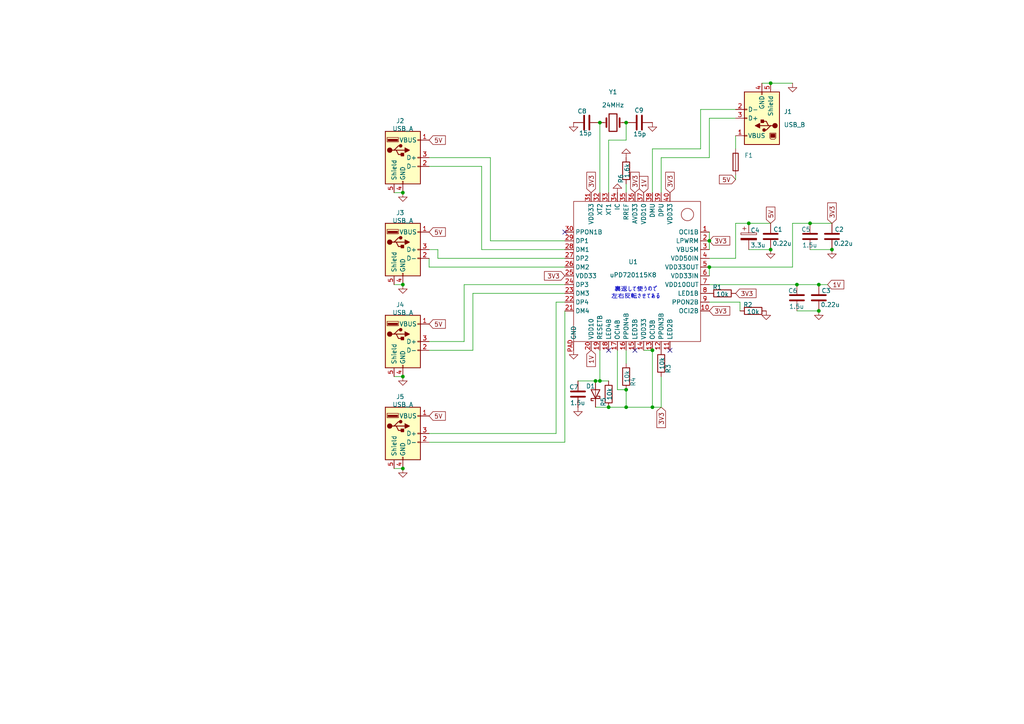
<source format=kicad_sch>
(kicad_sch (version 20250114) (generator "eeschema") (generator_version "9.0")
  (paper "A4")
  (lib_symbols
    (symbol "0Ore:uPD20115K8"
      (property "Reference" "U" (at 0 0 0))
      (symbol "uPD20115K8_0_1"
        (rectangle (start -20.32 20.32) (end 16.51 -20.32))
        (circle (center -16.51 16.51) (radius 1.7961))
      )
      (symbol "uPD20115K8_1_1"
        (pin input line (at -22.86 11.43 0) (length 2.54) (name "OCI1B") (number "1"))
        (pin input line (at -22.86 8.89 0) (length 2.54) (name "LPWRM") (number "2"))
        (pin input line (at -22.86 6.35 0) (length 2.54) (name "VBUSM") (number "3"))
        (pin power_in line (at -22.86 3.81 0) (length 2.54) (name "VDD50IN") (number "4"))
        (pin power_out line (at -22.86 1.27 0) (length 2.54) (name "VDD33OUT") (number "5"))
        (pin power_in line (at -22.86 -1.27 0) (length 2.54) (name "VDD33IN") (number "6"))
        (pin power_out line (at -22.86 -3.81 0) (length 2.54) (name "VDD10OUT") (number "7"))
        (pin bidirectional line (at -22.86 -6.35 0) (length 2.54) (name "LED1B") (number "8"))
        (pin bidirectional line (at -22.86 -8.89 0) (length 2.54) (name "PPON2B") (number "9"))
        (pin input line (at -22.86 -11.43 0) (length 2.54) (name "OCI2B") (number "10"))
        (pin power_in line (at -11.43 22.86 270) (length 2.54) (name "VDD33") (number "40"))
        (pin bidirectional line (at -11.43 -22.86 90) (length 2.54) (name "LED2B") (number "11"))
        (pin bidirectional line (at -8.89 22.86 270) (length 2.54) (name "DPU") (number "39"))
        (pin bidirectional line (at -8.89 -22.86 90) (length 2.54) (name "PPON3B") (number "12"))
        (pin bidirectional line (at -6.35 22.86 270) (length 2.54) (name "DMU") (number "38"))
        (pin input line (at -6.35 -22.86 90) (length 2.54) (name "OCI3B") (number "13"))
        (pin power_in line (at -3.81 22.86 270) (length 2.54) (name "VDD10") (number "37"))
        (pin power_in line (at -3.81 -22.86 90) (length 2.54) (name "VDD33") (number "14"))
        (pin power_in line (at -1.27 22.86 270) (length 2.54) (name "AVD33") (number "36"))
        (pin bidirectional line (at -1.27 -22.86 90) (length 2.54) (name "LED3B") (number "15"))
        (pin bidirectional line (at 1.27 22.86 270) (length 2.54) (name "RREF") (number "35"))
        (pin bidirectional line (at 1.27 -22.86 90) (length 2.54) (name "PPON4B") (number "16"))
        (pin input line (at 3.81 22.86 270) (length 2.54) (name "IC") (number "34"))
        (pin input line (at 3.81 -22.86 90) (length 2.54) (name "OCI4B") (number "17"))
        (pin input line (at 6.35 22.86 270) (length 2.54) (name "XT1") (number "33"))
        (pin bidirectional line (at 6.35 -22.86 90) (length 2.54) (name "LED4B") (number "18"))
        (pin bidirectional line (at 8.89 22.86 270) (length 2.54) (name "XT2") (number "32"))
        (pin input line (at 8.89 -22.86 90) (length 2.54) (name "RESETB") (number "19"))
        (pin power_in line (at 11.43 22.86 270) (length 2.54) (name "VDD33") (number "31"))
        (pin power_in line (at 11.43 -22.86 90) (length 2.54) (name "VDD10") (number "20"))
        (pin power_out line (at 16.51 -22.86 90) (length 2.54) (name "GND") (number "PAD"))
        (pin bidirectional line (at 19.05 11.43 180) (length 2.54) (name "PPON1B") (number "30"))
        (pin bidirectional line (at 19.05 8.89 180) (length 2.54) (name "DP1") (number "29"))
        (pin bidirectional line (at 19.05 6.35 180) (length 2.54) (name "DM1") (number "28"))
        (pin bidirectional line (at 19.05 3.81 180) (length 2.54) (name "DP2") (number "27"))
        (pin bidirectional line (at 19.05 1.27 180) (length 2.54) (name "DM2") (number "26"))
        (pin power_in line (at 19.05 -1.27 180) (length 2.54) (name "VDD33") (number "25"))
        (pin bidirectional line (at 19.05 -3.81 180) (length 2.54) (name "DP3") (number "24"))
        (pin bidirectional line (at 19.05 -6.35 180) (length 2.54) (name "DM3") (number "23"))
        (pin bidirectional line (at 19.05 -8.89 180) (length 2.54) (name "DP4") (number "22"))
        (pin bidirectional line (at 19.05 -11.43 180) (length 2.54) (name "DM4") (number "21"))
      )
    )
    (symbol "Connector:USB_A" (pin_names (offset 1.016))
      (property "Reference" "J" (at -5.08 11.43 0))
      (property "Value" "USB_A" (at -5.08 8.89 0))
      (symbol "USB_A_0_1"
        (rectangle (start -5.08 -7.62) (end 5.08 7.62) (stroke (width 0.254)) (fill (type background)))
        (circle (center -3.81 2.159) (radius 0.635) (stroke (width 0.254)) (fill (type outline)))
        (polyline (pts (xy -3.175 2.159) (xy -2.54 2.159) (xy -1.27 3.429) (xy -0.635 3.429)) (stroke (width 0.254)))
        (polyline (pts (xy -2.54 2.159) (xy -1.905 2.159) (xy -1.27 0.889) (xy 0 0.889)) (stroke (width 0.254)))
        (rectangle (start -1.524 4.826) (end -4.318 5.334) (fill (type outline)))
        (rectangle (start -1.27 4.572) (end -4.572 5.842))
        (circle (center -0.635 3.429) (radius 0.381) (stroke (width 0.254)) (fill (type outline)))
        (rectangle (start -0.127 -7.62) (end 0.127 -6.858))
        (rectangle (start 0.254 1.27) (end -0.508 0.508) (stroke (width 0.254)) (fill (type outline)))
        (polyline (pts (xy 0.635 2.794) (xy 0.635 1.524) (xy 1.905 2.159) (xy 0.635 2.794)) (stroke (width 0.254)) (fill (type outline)))
        (rectangle (start 5.08 4.953) (end 4.318 5.207))
        (rectangle (start 5.08 -0.127) (end 4.318 0.127))
        (rectangle (start 5.08 -2.667) (end 4.318 -2.413))
      )
      (symbol "USB_A_1_1"
        (polyline (pts (xy -1.905 2.159) (xy 0.635 2.159)) (stroke (width 0.254)))
        (pin passive line (at -2.54 -10.16 90) (length 2.54) (name "Shield") (number "5"))
        (pin power_in line (at 0 -10.16 90) (length 2.54) (name "GND") (number "4"))
        (pin power_in line (at 7.62 5.08 180) (length 2.54) (name "VBUS") (number "1"))
        (pin bidirectional line (at 7.62 0 180) (length 2.54) (name "D+") (number "3"))
        (pin bidirectional line (at 7.62 -2.54 180) (length 2.54) (name "D-") (number "2"))
      )
    )
    (symbol "Connector:USB_B" (pin_names (offset 1.016))
      (property "Reference" "J" (at -5.08 11.43 0))
      (property "Value" "USB_B" (at -5.08 8.89 0))
      (symbol "USB_B_0_1"
        (rectangle (start -5.08 -7.62) (end 5.08 7.62) (stroke (width 0.254)) (fill (type background)))
        (polyline (pts (xy -4.064 4.318) (xy -2.286 4.318) (xy -2.286 5.715) (xy -2.667 6.096) (xy -3.683 6.096) (xy -4.064 5.715) (xy -4.064 4.318)))
        (rectangle (start -3.81 5.588) (end -2.54 4.572) (fill (type outline)))
        (circle (center -3.81 2.159) (radius 0.635) (stroke (width 0.254)) (fill (type outline)))
        (polyline (pts (xy -3.175 2.159) (xy -2.54 2.159) (xy -1.27 3.429) (xy -0.635 3.429)) (stroke (width 0.254)))
        (polyline (pts (xy -2.54 2.159) (xy -1.905 2.159) (xy -1.27 0.889) (xy 0 0.889)) (stroke (width 0.254)))
        (polyline (pts (xy -1.905 2.159) (xy 0.635 2.159)) (stroke (width 0.254)))
        (circle (center -0.635 3.429) (radius 0.381) (stroke (width 0.254)) (fill (type outline)))
        (rectangle (start -0.127 -7.62) (end 0.127 -6.858))
        (rectangle (start 0.254 1.27) (end -0.508 0.508) (stroke (width 0.254)) (fill (type outline)))
        (polyline (pts (xy 0.635 2.794) (xy 0.635 1.524) (xy 1.905 2.159) (xy 0.635 2.794)) (stroke (width 0.254)) (fill (type outline)))
        (rectangle (start 5.08 4.953) (end 4.318 5.207))
        (rectangle (start 5.08 -0.127) (end 4.318 0.127))
        (rectangle (start 5.08 -2.667) (end 4.318 -2.413))
      )
      (symbol "USB_B_1_1"
        (pin passive line (at -2.54 -10.16 90) (length 2.54) (name "Shield") (number "5"))
        (pin power_out line (at 0 -10.16 90) (length 2.54) (name "GND") (number "4"))
        (pin power_out line (at 7.62 5.08 180) (length 2.54) (name "VBUS") (number "1"))
        (pin bidirectional line (at 7.62 0 180) (length 2.54) (name "D+") (number "3"))
        (pin bidirectional line (at 7.62 -2.54 180) (length 2.54) (name "D-") (number "2"))
      )
    )
    (symbol "Device:C" (pin_numbers (hide yes)) (pin_names (offset 0.254))
      (property "Reference" "C" (at 0.635 2.54 0))
      (property "Value" "C" (at 0.635 -2.54 0))
      (symbol "C_0_1"
        (polyline (pts (xy -2.032 0.762) (xy 2.032 0.762)) (stroke (width 0.508)))
        (polyline (pts (xy -2.032 -0.762) (xy 2.032 -0.762)) (stroke (width 0.508)))
      )
      (symbol "C_1_1"
        (pin passive line (at 0 3.81 270) (length 2.794) (name "~") (number "1"))
        (pin passive line (at 0 -3.81 90) (length 2.794) (name "~") (number "2"))
      )
    )
    (symbol "Device:C_Polarized" (pin_numbers (hide yes)) (pin_names (offset 0.254))
      (property "Reference" "C" (at 0.635 2.54 0))
      (property "Value" "C_Polarized" (at 0.635 -2.54 0))
      (symbol "C_Polarized_0_1"
        (rectangle (start -2.286 0.508) (end 2.286 1.016))
        (polyline (pts (xy -1.778 2.286) (xy -0.762 2.286)))
        (polyline (pts (xy -1.27 2.794) (xy -1.27 1.778)))
        (rectangle (start 2.286 -0.508) (end -2.286 -1.016) (fill (type outline)))
      )
      (symbol "C_Polarized_1_1"
        (pin passive line (at 0 3.81 270) (length 2.794) (name "~") (number "1"))
        (pin passive line (at 0 -3.81 90) (length 2.794) (name "~") (number "2"))
      )
    )
    (symbol "Device:Crystal" (pin_numbers (hide yes)) (pin_names (offset 1.016) (hide yes))
      (property "Reference" "Y" (at 0 3.81 0))
      (property "Value" "Crystal" (at 0 -3.81 0))
      (symbol "Crystal_0_1"
        (polyline (pts (xy -2.54 0) (xy -1.905 0)))
        (polyline (pts (xy -1.905 -1.27) (xy -1.905 1.27)) (stroke (width 0.508)))
        (rectangle (start -1.143 2.54) (end 1.143 -2.54) (stroke (width 0.3048)))
        (polyline (pts (xy 1.905 -1.27) (xy 1.905 1.27)) (stroke (width 0.508)))
        (polyline (pts (xy 2.54 0) (xy 1.905 0)))
      )
      (symbol "Crystal_1_1"
        (pin passive line (at -3.81 0 0) (length 1.27) (name "1") (number "1"))
        (pin passive line (at 3.81 0 180) (length 1.27) (name "2") (number "2"))
      )
    )
    (symbol "Device:D_Schottky" (pin_numbers (hide yes)) (pin_names (offset 1.016) (hide yes))
      (property "Reference" "D" (at 0 2.54 0))
      (property "Value" "D_Schottky" (at 0 -2.54 0))
      (symbol "D_Schottky_0_1"
        (polyline (pts (xy -1.905 0.635) (xy -1.905 1.27) (xy -1.27 1.27) (xy -1.27 -1.27) (xy -0.635 -1.27) (xy -0.635 -0.635)) (stroke (width 0.254)))
        (polyline (pts (xy 1.27 1.27) (xy 1.27 -1.27) (xy -1.27 0) (xy 1.27 1.27)) (stroke (width 0.254)))
        (polyline (pts (xy 1.27 0) (xy -1.27 0)))
      )
      (symbol "D_Schottky_1_1"
        (pin passive line (at -3.81 0 0) (length 2.54) (name "K") (number "1"))
        (pin passive line (at 3.81 0 180) (length 2.54) (name "A") (number "2"))
      )
    )
    (symbol "Device:Fuse" (pin_numbers (hide yes)) (pin_names (offset 0))
      (property "Reference" "F" (at 2.032 0 90))
      (property "Value" "Fuse" (at -1.905 0 90))
      (symbol "Fuse_0_1"
        (rectangle (start -0.762 -2.54) (end 0.762 2.54) (stroke (width 0.254)))
        (polyline (pts (xy 0 2.54) (xy 0 -2.54)))
      )
      (symbol "Fuse_1_1"
        (pin passive line (at 0 3.81 270) (length 1.27) (name "~") (number "1"))
        (pin passive line (at 0 -3.81 90) (length 1.27) (name "~") (number "2"))
      )
    )
    (symbol "Device:R" (pin_numbers (hide yes)) (pin_names (offset 0))
      (property "Reference" "R" (at 2.032 0 90))
      (property "Value" "R" (at 0 0 90))
      (symbol "R_0_1"
        (rectangle (start -1.016 -2.54) (end 1.016 2.54) (stroke (width 0.254)))
      )
      (symbol "R_1_1"
        (pin passive line (at 0 3.81 270) (length 1.27) (name "~") (number "1"))
        (pin passive line (at 0 -3.81 90) (length 1.27) (name "~") (number "2"))
      )
    )
    (symbol "power:GND" (power) (pin_numbers (hide yes)) (pin_names (offset 0) (hide yes))
      (property "Value" "GND" (at 0 -3.81 0))
      (symbol "GND_0_1"
        (polyline (pts (xy 0 0) (xy 0 -1.27) (xy 1.27 -1.27) (xy 0 -2.54) (xy -1.27 -1.27) (xy 0 -1.27)))
      )
      (symbol "GND_1_1"
        (pin power_in line (at 0 0 270) (length 0) (name "~") (number "1"))
      )
    )
  )
  (text "裏返して使うので\n左右反転させてある" (at 184.404 85.09 0) (effects (font (size 1.27 1.27))))
  (junction (at 181.61 113.03))
  (junction (at 237.49 82.55))
  (junction (at 116.84 82.55))
  (junction (at 173.99 35.56))
  (junction (at 231.14 82.55))
  (junction (at 237.49 90.17))
  (junction (at 173.99 110.49))
  (junction (at 223.52 72.39))
  (junction (at 189.23 118.11))
  (junction (at 116.84 55.88))
  (junction (at 241.3 72.39))
  (junction (at 176.53 118.11))
  (junction (at 116.84 109.22))
  (junction (at 116.84 135.89))
  (junction (at 205.74 77.47))
  (junction (at 223.52 24.13))
  (junction (at 217.17 64.77))
  (junction (at 181.61 118.11))
  (junction (at 189.23 101.6))
  (junction (at 172.72 110.49))
  (junction (at 234.95 64.77))
  (junction (at 181.61 35.56))
  (junction (at 205.74 69.85))
  (no_connect (at 176.53 101.6))
  (no_connect (at 194.31 101.6))
  (no_connect (at 163.83 67.31))
  (no_connect (at 184.15 101.6))
  (wire (pts (xy 229.87 64.77) (xy 234.95 64.77)))
  (wire (pts (xy 181.61 105.41) (xy 181.61 101.6)))
  (wire (pts (xy 213.36 52.07) (xy 213.36 50.8)))
  (wire (pts (xy 181.61 118.11) (xy 189.23 118.11)))
  (wire (pts (xy 124.46 101.6) (xy 137.16 101.6)))
  (wire (pts (xy 234.95 72.39) (xy 241.3 72.39)))
  (wire (pts (xy 163.83 77.47) (xy 124.46 77.47)))
  (wire (pts (xy 127 74.93) (xy 163.83 74.93)))
  (wire (pts (xy 179.07 113.03) (xy 181.61 113.03)))
  (wire (pts (xy 213.36 43.18) (xy 213.36 39.37)))
  (wire (pts (xy 114.3 135.89) (xy 116.84 135.89)))
  (wire (pts (xy 181.61 113.03) (xy 181.61 118.11)))
  (wire (pts (xy 124.46 48.26) (xy 139.7 48.26)))
  (wire (pts (xy 124.46 77.47) (xy 124.46 74.93)))
  (wire (pts (xy 229.87 77.47) (xy 205.74 77.47)))
  (wire (pts (xy 137.16 101.6) (xy 137.16 85.09)))
  (wire (pts (xy 203.2 31.75) (xy 213.36 31.75)))
  (wire (pts (xy 176.53 55.88) (xy 176.53 40.64)))
  (wire (pts (xy 173.99 110.49) (xy 176.53 110.49)))
  (wire (pts (xy 189.23 118.11) (xy 191.77 118.11)))
  (wire (pts (xy 231.14 82.55) (xy 237.49 82.55)))
  (wire (pts (xy 205.74 82.55) (xy 231.14 82.55)))
  (wire (pts (xy 231.14 90.17) (xy 237.49 90.17)))
  (wire (pts (xy 134.62 82.55) (xy 134.62 99.06)))
  (wire (pts (xy 217.17 72.39) (xy 223.52 72.39)))
  (wire (pts (xy 205.74 87.63) (xy 214.63 87.63)))
  (wire (pts (xy 213.36 64.77) (xy 217.17 64.77)))
  (wire (pts (xy 229.87 64.77) (xy 229.87 77.47)))
  (wire (pts (xy 127 72.39) (xy 127 74.93)))
  (wire (pts (xy 189.23 43.18) (xy 203.2 43.18)))
  (wire (pts (xy 181.61 53.34) (xy 181.61 55.88)))
  (wire (pts (xy 234.95 64.77) (xy 241.3 64.77)))
  (wire (pts (xy 213.36 34.29) (xy 205.74 34.29)))
  (wire (pts (xy 163.83 128.27) (xy 124.46 128.27)))
  (wire (pts (xy 163.83 90.17) (xy 163.83 128.27)))
  (wire (pts (xy 213.36 64.77) (xy 213.36 74.93)))
  (wire (pts (xy 191.77 109.22) (xy 191.77 118.11)))
  (wire (pts (xy 213.36 74.93) (xy 205.74 74.93)))
  (wire (pts (xy 173.99 101.6) (xy 173.99 110.49)))
  (wire (pts (xy 205.74 69.85) (xy 205.74 72.39)))
  (wire (pts (xy 163.83 69.85) (xy 142.24 69.85)))
  (wire (pts (xy 189.23 101.6) (xy 189.23 118.11)))
  (wire (pts (xy 114.3 82.55) (xy 116.84 82.55)))
  (wire (pts (xy 114.3 109.22) (xy 116.84 109.22)))
  (wire (pts (xy 173.99 35.56) (xy 173.99 55.88)))
  (wire (pts (xy 124.46 125.73) (xy 161.29 125.73)))
  (wire (pts (xy 172.72 110.49) (xy 173.99 110.49)))
  (wire (pts (xy 163.83 82.55) (xy 134.62 82.55)))
  (wire (pts (xy 176.53 40.64) (xy 181.61 40.64)))
  (wire (pts (xy 161.29 125.73) (xy 161.29 87.63)))
  (wire (pts (xy 142.24 69.85) (xy 142.24 45.72)))
  (wire (pts (xy 172.72 118.11) (xy 176.53 118.11)))
  (wire (pts (xy 139.7 48.26) (xy 139.7 72.39)))
  (wire (pts (xy 214.63 87.63) (xy 214.63 90.17)))
  (wire (pts (xy 220.98 24.13) (xy 223.52 24.13)))
  (wire (pts (xy 191.77 45.72) (xy 191.77 55.88)))
  (wire (pts (xy 181.61 40.64) (xy 181.61 35.56)))
  (wire (pts (xy 137.16 85.09) (xy 163.83 85.09)))
  (wire (pts (xy 134.62 99.06) (xy 124.46 99.06)))
  (wire (pts (xy 240.03 82.55) (xy 237.49 82.55)))
  (wire (pts (xy 124.46 72.39) (xy 127 72.39)))
  (wire (pts (xy 114.3 55.88) (xy 116.84 55.88)))
  (wire (pts (xy 189.23 55.88) (xy 189.23 43.18)))
  (wire (pts (xy 205.74 34.29) (xy 205.74 45.72)))
  (wire (pts (xy 179.07 101.6) (xy 179.07 113.03)))
  (wire (pts (xy 205.74 45.72) (xy 191.77 45.72)))
  (wire (pts (xy 167.64 110.49) (xy 172.72 110.49)))
  (wire (pts (xy 124.46 45.72) (xy 142.24 45.72)))
  (wire (pts (xy 205.74 69.85) (xy 205.74 67.31)))
  (wire (pts (xy 203.2 43.18) (xy 203.2 31.75)))
  (wire (pts (xy 161.29 87.63) (xy 163.83 87.63)))
  (wire (pts (xy 186.69 101.6) (xy 189.23 101.6)))
  (wire (pts (xy 139.7 72.39) (xy 163.83 72.39)))
  (wire (pts (xy 223.52 64.77) (xy 217.17 64.77)))
  (wire (pts (xy 205.74 77.47) (xy 205.74 80.01)))
  (wire (pts (xy 223.52 24.13) (xy 229.87 24.13)))
  (wire (pts (xy 176.53 118.11) (xy 181.61 118.11)))
  (global_label "1V" (shape input) (at 186.69 55.88 90) (property "Intersheetrefs" "${INTERSHEET_REFS}" (effects (hide yes))))
  (global_label "5V" (shape input) (at 124.46 120.65 0) (property "Intersheetrefs" "${INTERSHEET_REFS}" (effects (hide yes))))
  (global_label "1V" (shape input) (at 240.03 82.55 0) (property "Intersheetrefs" "${INTERSHEET_REFS}" (effects (hide yes))))
  (global_label "5V" (shape input) (at 124.46 40.64 0) (property "Intersheetrefs" "${INTERSHEET_REFS}" (effects (hide yes))))
  (global_label "5V" (shape input) (at 124.46 93.98 0) (property "Intersheetrefs" "${INTERSHEET_REFS}" (effects (hide yes))))
  (global_label "3V3" (shape input) (at 184.15 55.88 90) (property "Intersheetrefs" "${INTERSHEET_REFS}" (effects (hide yes))))
  (global_label "3V3" (shape input) (at 241.3 64.77 90) (property "Intersheetrefs" "${INTERSHEET_REFS}" (effects (hide yes))))
  (global_label "3V3" (shape input) (at 171.45 55.88 90) (property "Intersheetrefs" "${INTERSHEET_REFS}" (effects (hide yes))))
  (global_label "3V3" (shape input) (at 213.36 85.09 0) (property "Intersheetrefs" "${INTERSHEET_REFS}" (effects (hide yes))))
  (global_label "5V" (shape input) (at 223.52 64.77 90) (property "Intersheetrefs" "${INTERSHEET_REFS}" (effects (hide yes))))
  (global_label "3V3" (shape input) (at 194.31 55.88 90) (property "Intersheetrefs" "${INTERSHEET_REFS}" (effects (hide yes))))
  (global_label "5V" (shape input) (at 124.46 67.31 0) (property "Intersheetrefs" "${INTERSHEET_REFS}" (effects (hide yes))))
  (global_label "3V3" (shape input) (at 205.74 69.85 0) (property "Intersheetrefs" "${INTERSHEET_REFS}" (effects (hide yes))))
  (global_label "1V" (shape input) (at 171.45 101.6 270) (property "Intersheetrefs" "${INTERSHEET_REFS}" (effects (hide yes))))
  (global_label "3V3" (shape input) (at 163.83 80.01 180) (property "Intersheetrefs" "${INTERSHEET_REFS}" (effects (hide yes))))
  (global_label "3V3" (shape input) (at 191.77 118.11 270) (property "Intersheetrefs" "${INTERSHEET_REFS}" (effects (hide yes))))
  (global_label "3V3" (shape input) (at 205.74 90.17 0) (property "Intersheetrefs" "${INTERSHEET_REFS}" (effects (hide yes))))
  (global_label "5V" (shape input) (at 213.36 52.07 180) (property "Intersheetrefs" "${INTERSHEET_REFS}" (effects (hide yes))))
  (symbol (lib_id "Device:R") (at 181.61 109.22 180) (unit 1)
    (property "Reference" "R4" (at 183.642 110.744 90))
    (property "Value" "10k" (at 181.864 109.22 90))
    (property "Description" "Resistor" (effects (hide yes)))
  )
  (symbol (lib_id "power:GND") (at 166.37 35.56 0) (unit 1)
    (property "Reference" "#PWR011" (effects (hide yes)))
    (property "Value" "GND" (effects (hide yes)))
    (property "Description" "Power symbol creates a global label with name \"GND\" , ground" (effects (hide yes)))
  )
  (symbol (lib_id "Device:C") (at 185.42 35.56 90) (unit 1)
    (property "Reference" "C9" (at 186.69 32.004 90) (effects (justify left)))
    (property "Value" "15p" (at 187.452 38.862 90) (effects (justify left)))
    (property "Description" "Unpolarized capacitor" (effects (hide yes)))
  )
  (symbol (lib_id "power:GND") (at 116.84 135.89 0) (unit 1)
    (property "Reference" "#PWR07" (effects (hide yes)))
    (property "Value" "GND" (effects (hide yes)))
    (property "Description" "Power symbol creates a global label with name \"GND\" , ground" (effects (hide yes)))
  )
  (symbol (lib_id "power:GND") (at 223.52 72.39 0) (unit 1)
    (property "Reference" "#PWR01" (effects (hide yes)))
    (property "Value" "GND" (effects (hide yes)))
    (property "Description" "Power symbol creates a global label with name \"GND\" , ground" (effects (hide yes)))
  )
  (symbol (lib_id "Connector:USB_B") (at 220.98 34.29 180) (unit 1)
    (property "Reference" "J1" (at 227.33 32.3849 0) (effects (justify right)))
    (property "Value" "USB_B" (at 227.33 36.1949 0) (effects (justify right)))
    (property "Description" "USB Type B connector" (effects (hide yes)))
  )
  (symbol (lib_id "power:GND") (at 166.37 101.6 0) (unit 1)
    (property "Reference" "#PWR06" (effects (hide yes)))
    (property "Value" "GND" (effects (hide yes)))
    (property "Description" "Power symbol creates a global label with name \"GND\" , ground" (effects (hide yes)))
  )
  (symbol (lib_id "Device:C") (at 167.64 114.3 0) (unit 1)
    (property "Reference" "C7" (at 165.1 112.268 0) (effects (justify left)))
    (property "Value" "1.5u" (at 165.354 116.84 0) (effects (justify left)))
    (property "Description" "Unpolarized capacitor" (effects (hide yes)))
  )
  (symbol (lib_id "power:GND") (at 222.25 90.17 0) (unit 1)
    (property "Reference" "#PWR04" (effects (hide yes)))
    (property "Value" "GND" (effects (hide yes)))
    (property "Description" "Power symbol creates a global label with name \"GND\" , ground" (effects (hide yes)))
  )
  (symbol (lib_id "Device:C") (at 170.18 35.56 90) (unit 1)
    (property "Reference" "C8" (at 170.18 32.258 90) (effects (justify left)))
    (property "Value" "15p" (at 171.704 38.608 90) (effects (justify left)))
    (property "Description" "Unpolarized capacitor" (effects (hide yes)))
  )
  (symbol (lib_id "power:GND") (at 179.07 55.88 180) (unit 1)
    (property "Reference" "#PWR013" (effects (hide yes)))
    (property "Value" "GND" (effects (hide yes)))
    (property "Description" "Power symbol creates a global label with name \"GND\" , ground" (effects (hide yes)))
  )
  (symbol (lib_id "Device:R") (at 218.44 90.17 90) (unit 1)
    (property "Reference" "R2" (at 216.916 88.392 90))
    (property "Value" "10k" (at 218.44 90.424 90))
    (property "Description" "Resistor" (effects (hide yes)))
  )
  (symbol (lib_id "power:GND") (at 241.3 72.39 0) (unit 1)
    (property "Reference" "#PWR02" (effects (hide yes)))
    (property "Value" "GND" (effects (hide yes)))
    (property "Description" "Power symbol creates a global label with name \"GND\" , ground" (effects (hide yes)))
  )
  (symbol (lib_id "Connector:USB_A") (at 116.84 72.39 0) (unit 1)
    (property "Reference" "J3" (at 116.078 61.722 0))
    (property "Value" "USB_A" (at 116.84 64.008 0))
    (property "Description" "USB Type A connector" (effects (hide yes)))
  )
  (symbol (lib_id "Device:C") (at 234.95 68.58 0) (unit 1)
    (property "Reference" "C5" (at 232.41 66.548 0) (effects (justify left)))
    (property "Value" "1.5u" (at 232.664 71.12 0) (effects (justify left)))
    (property "Description" "Unpolarized capacitor" (effects (hide yes)))
  )
  (symbol (lib_id "Device:C") (at 241.3 68.58 0) (unit 1)
    (property "Reference" "C2" (at 242.062 66.548 0) (effects (justify left)))
    (property "Value" "0.22u" (at 241.808 70.612 0) (effects (justify left)))
    (property "Description" "Unpolarized capacitor" (effects (hide yes)))
  )
  (symbol (lib_id "power:GND") (at 237.49 90.17 0) (unit 1)
    (property "Reference" "#PWR03" (effects (hide yes)))
    (property "Value" "GND" (effects (hide yes)))
    (property "Description" "Power symbol creates a global label with name \"GND\" , ground" (effects (hide yes)))
  )
  (symbol (lib_id "Device:R") (at 191.77 105.41 180) (unit 1)
    (property "Reference" "R3" (at 193.802 106.934 90))
    (property "Value" "10k" (at 192.024 105.41 90))
    (property "Description" "Resistor" (effects (hide yes)))
  )
  (symbol (lib_id "power:GND") (at 116.84 82.55 0) (unit 1)
    (property "Reference" "#PWR09" (effects (hide yes)))
    (property "Value" "GND" (effects (hide yes)))
    (property "Description" "Power symbol creates a global label with name \"GND\" , ground" (effects (hide yes)))
  )
  (symbol (lib_id "Connector:USB_A") (at 116.84 45.72 0) (unit 1)
    (property "Reference" "J2" (at 116.078 35.052 0))
    (property "Value" "USB_A" (at 116.84 37.338 0))
    (property "Description" "USB Type A connector" (effects (hide yes)))
  )
  (symbol (lib_id "power:GND") (at 167.64 118.11 0) (unit 1)
    (property "Reference" "#PWR05" (effects (hide yes)))
    (property "Value" "GND" (effects (hide yes)))
    (property "Description" "Power symbol creates a global label with name \"GND\" , ground" (effects (hide yes)))
  )
  (symbol (lib_id "Connector:USB_A") (at 116.84 99.06 0) (unit 1)
    (property "Reference" "J4" (at 116.078 88.392 0))
    (property "Value" "USB_A" (at 116.84 90.678 0))
    (property "Description" "USB Type A connector" (effects (hide yes)))
  )
  (symbol (lib_id "Device:C") (at 223.52 68.58 0) (unit 1)
    (property "Reference" "C1" (at 224.282 66.548 0) (effects (justify left)))
    (property "Value" "0.22u" (at 224.028 70.612 0) (effects (justify left)))
    (property "Description" "Unpolarized capacitor" (effects (hide yes)))
  )
  (symbol (lib_id "power:GND") (at 189.23 35.56 0) (unit 1)
    (property "Reference" "#PWR012" (effects (hide yes)))
    (property "Value" "GND" (effects (hide yes)))
    (property "Description" "Power symbol creates a global label with name \"GND\" , ground" (effects (hide yes)))
  )
  (symbol (lib_id "power:GND") (at 229.87 24.13 0) (unit 1)
    (property "Reference" "#PWR015" (effects (hide yes)))
    (property "Value" "GND" (effects (hide yes)))
    (property "Description" "Power symbol creates a global label with name \"GND\" , ground" (effects (hide yes)))
  )
  (symbol (lib_id "Device:R") (at 209.55 85.09 90) (unit 1)
    (property "Reference" "R1" (at 208.026 83.312 90))
    (property "Value" "10k" (at 209.55 85.344 90))
    (property "Description" "Resistor" (effects (hide yes)))
  )
  (symbol (lib_id "power:GND") (at 181.61 45.72 180) (unit 1)
    (property "Reference" "#PWR014" (effects (hide yes)))
    (property "Value" "GND" (effects (hide yes)))
    (property "Description" "Power symbol creates a global label with name \"GND\" , ground" (effects (hide yes)))
  )
  (symbol (lib_id "Device:C") (at 237.49 86.36 0) (unit 1)
    (property "Reference" "C3" (at 238.252 84.328 0) (effects (justify left)))
    (property "Value" "0.22u" (at 237.998 88.392 0) (effects (justify left)))
    (property "Description" "Unpolarized capacitor" (effects (hide yes)))
  )
  (symbol (lib_id "Device:R") (at 176.53 114.3 180) (unit 1)
    (property "Reference" "R5" (at 175.006 116.586 90))
    (property "Value" "10k" (at 176.784 114.3 90))
    (property "Description" "Resistor" (effects (hide yes)))
  )
  (symbol (lib_id "power:GND") (at 116.84 55.88 0) (unit 1)
    (property "Reference" "#PWR010" (effects (hide yes)))
    (property "Value" "GND" (effects (hide yes)))
    (property "Description" "Power symbol creates a global label with name \"GND\" , ground" (effects (hide yes)))
  )
  (symbol (lib_id "Device:Fuse") (at 213.36 46.99 0) (unit 1)
    (property "Reference" "F1" (at 215.9 45.0849 0) (effects (justify left)))
    (property "Value" "Fuse" (effects (hide yes)))
    (property "Description" "Fuse" (effects (hide yes)))
  )
  (symbol (lib_id "Device:C_Polarized") (at 217.17 68.58 0) (unit 1)
    (property "Reference" "C4" (at 217.678 66.802 0) (effects (justify left)))
    (property "Value" "3.3u" (at 217.678 71.12 0) (effects (justify left)))
    (property "Description" "Polarized capacitor" (effects (hide yes)))
  )
  (symbol (lib_id "Connector:USB_A") (at 116.84 125.73 0) (unit 1)
    (property "Reference" "J5" (at 116.078 115.062 0))
    (property "Value" "USB_A" (at 116.84 117.348 0))
    (property "Description" "USB Type A connector" (effects (hide yes)))
  )
  (symbol (lib_id "Device:D_Schottky") (at 172.72 114.3 90) (unit 1)
    (property "Reference" "D1" (at 169.926 112.014 90) (effects (justify right)))
    (property "Value" "D_Schottky" (effects (hide yes)))
    (property "Description" "Schottky diode" (effects (hide yes)))
  )
  (symbol (lib_id "Device:Crystal") (at 177.8 35.56 0) (unit 1)
    (property "Reference" "Y1" (at 177.8 26.67 0))
    (property "Value" "24MHz" (at 177.8 30.48 0))
    (property "Description" "Two pin crystal" (effects (hide yes)))
  )
  (symbol (lib_id "0Ore:uPD20115K8") (at 182.88 78.74 0) (mirror y) (unit 1)
    (property "Reference" "U1" (at 183.642 75.946 0))
    (property "Value" "uPD720115K8" (at 183.642 79.756 0))
  )
  (symbol (lib_id "Device:R") (at 181.61 49.53 180) (unit 1)
    (property "Reference" "R6" (at 180.086 51.816 90))
    (property "Value" "1.6k" (at 181.864 49.53 90))
    (property "Description" "Resistor" (effects (hide yes)))
  )
  (symbol (lib_id "power:GND") (at 116.84 109.22 0) (unit 1)
    (property "Reference" "#PWR08" (effects (hide yes)))
    (property "Value" "GND" (effects (hide yes)))
    (property "Description" "Power symbol creates a global label with name \"GND\" , ground" (effects (hide yes)))
  )
  (symbol (lib_id "Device:C") (at 231.14 86.36 0) (unit 1)
    (property "Reference" "C6" (at 228.6 84.328 0) (effects (justify left)))
    (property "Value" "1.5u" (at 228.854 88.9 0) (effects (justify left)))
    (property "Description" "Unpolarized capacitor" (effects (hide yes)))
  )
)
</source>
